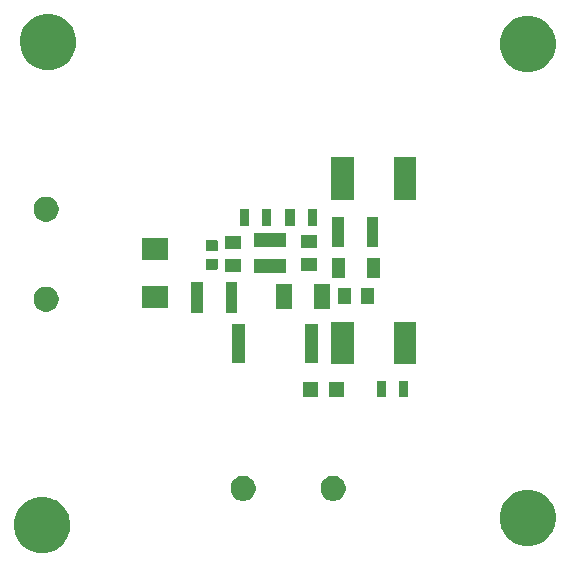
<source format=gbr>
G04 #@! TF.GenerationSoftware,KiCad,Pcbnew,5.0.2-bee76a0~70~ubuntu18.04.1*
G04 #@! TF.CreationDate,2019-02-11T23:41:55-05:00*
G04 #@! TF.ProjectId,New Buck Converter,4e657720-4275-4636-9b20-436f6e766572,rev?*
G04 #@! TF.SameCoordinates,Original*
G04 #@! TF.FileFunction,Soldermask,Top*
G04 #@! TF.FilePolarity,Negative*
%FSLAX46Y46*%
G04 Gerber Fmt 4.6, Leading zero omitted, Abs format (unit mm)*
G04 Created by KiCad (PCBNEW 5.0.2-bee76a0~70~ubuntu18.04.1) date Mon 11 Feb 2019 11:41:55 PM EST*
%MOMM*%
%LPD*%
G01*
G04 APERTURE LIST*
%ADD10C,0.100000*%
G04 APERTURE END LIST*
D10*
G36*
X108092788Y-122716173D02*
X108092790Y-122716174D01*
X108092791Y-122716174D01*
X108428920Y-122855403D01*
X108525032Y-122895214D01*
X108914041Y-123155141D01*
X109244859Y-123485959D01*
X109244861Y-123485962D01*
X109504786Y-123874968D01*
X109625366Y-124166073D01*
X109683827Y-124307212D01*
X109775100Y-124766072D01*
X109775100Y-125233928D01*
X109717196Y-125525032D01*
X109683826Y-125692791D01*
X109592181Y-125914041D01*
X109504786Y-126125032D01*
X109244859Y-126514041D01*
X108914041Y-126844859D01*
X108914038Y-126844861D01*
X108525032Y-127104786D01*
X108092791Y-127283826D01*
X108092790Y-127283826D01*
X108092788Y-127283827D01*
X107633928Y-127375100D01*
X107166072Y-127375100D01*
X106707212Y-127283827D01*
X106707210Y-127283826D01*
X106707209Y-127283826D01*
X106274968Y-127104786D01*
X105885962Y-126844861D01*
X105885959Y-126844859D01*
X105555141Y-126514041D01*
X105295214Y-126125032D01*
X105207819Y-125914041D01*
X105116174Y-125692791D01*
X105082805Y-125525032D01*
X105024900Y-125233928D01*
X105024900Y-124766072D01*
X105116173Y-124307212D01*
X105174635Y-124166073D01*
X105295214Y-123874968D01*
X105555139Y-123485962D01*
X105555141Y-123485959D01*
X105885959Y-123155141D01*
X106274968Y-122895214D01*
X106371080Y-122855403D01*
X106707209Y-122716174D01*
X106707210Y-122716174D01*
X106707212Y-122716173D01*
X107166072Y-122624900D01*
X107633928Y-122624900D01*
X108092788Y-122716173D01*
X108092788Y-122716173D01*
G37*
G36*
X149192788Y-122116173D02*
X149192790Y-122116174D01*
X149192791Y-122116174D01*
X149446035Y-122221071D01*
X149625032Y-122295214D01*
X150014041Y-122555141D01*
X150344859Y-122885959D01*
X150344861Y-122885962D01*
X150604786Y-123274968D01*
X150692183Y-123485962D01*
X150783827Y-123707212D01*
X150875100Y-124166072D01*
X150875100Y-124633928D01*
X150848815Y-124766073D01*
X150783826Y-125092791D01*
X150725365Y-125233928D01*
X150604786Y-125525032D01*
X150344859Y-125914041D01*
X150014041Y-126244859D01*
X150014038Y-126244861D01*
X149625032Y-126504786D01*
X149192791Y-126683826D01*
X149192790Y-126683826D01*
X149192788Y-126683827D01*
X148733928Y-126775100D01*
X148266072Y-126775100D01*
X147807212Y-126683827D01*
X147807210Y-126683826D01*
X147807209Y-126683826D01*
X147374968Y-126504786D01*
X146985962Y-126244861D01*
X146985959Y-126244859D01*
X146655141Y-125914041D01*
X146395214Y-125525032D01*
X146274635Y-125233928D01*
X146216174Y-125092791D01*
X146151186Y-124766073D01*
X146124900Y-124633928D01*
X146124900Y-124166072D01*
X146216173Y-123707212D01*
X146307818Y-123485962D01*
X146395214Y-123274968D01*
X146655139Y-122885962D01*
X146655141Y-122885959D01*
X146985959Y-122555141D01*
X147374968Y-122295214D01*
X147553965Y-122221071D01*
X147807209Y-122116174D01*
X147807210Y-122116174D01*
X147807212Y-122116173D01*
X148266072Y-122024900D01*
X148733928Y-122024900D01*
X149192788Y-122116173D01*
X149192788Y-122116173D01*
G37*
G36*
X124720431Y-120883843D02*
X124914615Y-120964277D01*
X125089376Y-121081049D01*
X125237991Y-121229664D01*
X125354763Y-121404425D01*
X125435197Y-121598609D01*
X125476200Y-121804748D01*
X125476200Y-122014932D01*
X125435197Y-122221071D01*
X125354763Y-122415255D01*
X125237991Y-122590016D01*
X125089376Y-122738631D01*
X124914615Y-122855403D01*
X124720431Y-122935837D01*
X124514292Y-122976840D01*
X124304108Y-122976840D01*
X124097969Y-122935837D01*
X123903785Y-122855403D01*
X123729024Y-122738631D01*
X123580409Y-122590016D01*
X123463637Y-122415255D01*
X123383203Y-122221071D01*
X123342200Y-122014932D01*
X123342200Y-121804748D01*
X123383203Y-121598609D01*
X123463637Y-121404425D01*
X123580409Y-121229664D01*
X123729024Y-121081049D01*
X123903785Y-120964277D01*
X124097969Y-120883843D01*
X124304108Y-120842840D01*
X124514292Y-120842840D01*
X124720431Y-120883843D01*
X124720431Y-120883843D01*
G37*
G36*
X132340431Y-120883843D02*
X132534615Y-120964277D01*
X132709376Y-121081049D01*
X132857991Y-121229664D01*
X132974763Y-121404425D01*
X133055197Y-121598609D01*
X133096200Y-121804748D01*
X133096200Y-122014932D01*
X133055197Y-122221071D01*
X132974763Y-122415255D01*
X132857991Y-122590016D01*
X132709376Y-122738631D01*
X132534615Y-122855403D01*
X132340431Y-122935837D01*
X132134292Y-122976840D01*
X131924108Y-122976840D01*
X131717969Y-122935837D01*
X131523785Y-122855403D01*
X131349024Y-122738631D01*
X131200409Y-122590016D01*
X131083637Y-122415255D01*
X131003203Y-122221071D01*
X130962200Y-122014932D01*
X130962200Y-121804748D01*
X131003203Y-121598609D01*
X131083637Y-121404425D01*
X131200409Y-121229664D01*
X131349024Y-121081049D01*
X131523785Y-120964277D01*
X131717969Y-120883843D01*
X131924108Y-120842840D01*
X132134292Y-120842840D01*
X132340431Y-120883843D01*
X132340431Y-120883843D01*
G37*
G36*
X130772660Y-114191540D02*
X129470660Y-114191540D01*
X129470660Y-112889540D01*
X130772660Y-112889540D01*
X130772660Y-114191540D01*
X130772660Y-114191540D01*
G37*
G36*
X132972660Y-114191540D02*
X131670660Y-114191540D01*
X131670660Y-112889540D01*
X132972660Y-112889540D01*
X132972660Y-114191540D01*
X132972660Y-114191540D01*
G37*
G36*
X138409360Y-114185660D02*
X137607360Y-114185660D01*
X137607360Y-112783660D01*
X138409360Y-112783660D01*
X138409360Y-114185660D01*
X138409360Y-114185660D01*
G37*
G36*
X136509360Y-114185660D02*
X135707360Y-114185660D01*
X135707360Y-112783660D01*
X136509360Y-112783660D01*
X136509360Y-114185660D01*
X136509360Y-114185660D01*
G37*
G36*
X139050300Y-111402000D02*
X137168300Y-111402000D01*
X137168300Y-107800000D01*
X139050300Y-107800000D01*
X139050300Y-111402000D01*
X139050300Y-111402000D01*
G37*
G36*
X133770300Y-111402000D02*
X131888300Y-111402000D01*
X131888300Y-107800000D01*
X133770300Y-107800000D01*
X133770300Y-111402000D01*
X133770300Y-111402000D01*
G37*
G36*
X130779200Y-111257080D02*
X129677200Y-111257080D01*
X129677200Y-107955080D01*
X130779200Y-107955080D01*
X130779200Y-111257080D01*
X130779200Y-111257080D01*
G37*
G36*
X124579200Y-111257080D02*
X123477200Y-111257080D01*
X123477200Y-107955080D01*
X124579200Y-107955080D01*
X124579200Y-111257080D01*
X124579200Y-111257080D01*
G37*
G36*
X123921800Y-107028500D02*
X122919800Y-107028500D01*
X122919800Y-104426500D01*
X123921800Y-104426500D01*
X123921800Y-107028500D01*
X123921800Y-107028500D01*
G37*
G36*
X121021800Y-107028500D02*
X120019800Y-107028500D01*
X120019800Y-104426500D01*
X121021800Y-104426500D01*
X121021800Y-107028500D01*
X121021800Y-107028500D01*
G37*
G36*
X108045331Y-104869143D02*
X108239515Y-104949577D01*
X108414276Y-105066349D01*
X108562891Y-105214964D01*
X108679663Y-105389725D01*
X108760097Y-105583909D01*
X108801100Y-105790048D01*
X108801100Y-106000232D01*
X108760097Y-106206371D01*
X108679663Y-106400555D01*
X108562891Y-106575316D01*
X108414276Y-106723931D01*
X108239515Y-106840703D01*
X108045331Y-106921137D01*
X107839192Y-106962140D01*
X107629008Y-106962140D01*
X107422869Y-106921137D01*
X107228685Y-106840703D01*
X107053924Y-106723931D01*
X106905309Y-106575316D01*
X106788537Y-106400555D01*
X106708103Y-106206371D01*
X106667100Y-106000232D01*
X106667100Y-105790048D01*
X106708103Y-105583909D01*
X106788537Y-105389725D01*
X106905309Y-105214964D01*
X107053924Y-105066349D01*
X107228685Y-104949577D01*
X107422869Y-104869143D01*
X107629008Y-104828140D01*
X107839192Y-104828140D01*
X108045331Y-104869143D01*
X108045331Y-104869143D01*
G37*
G36*
X131727700Y-106717540D02*
X130425700Y-106717540D01*
X130425700Y-104615540D01*
X131727700Y-104615540D01*
X131727700Y-106717540D01*
X131727700Y-106717540D01*
G37*
G36*
X128527700Y-106717540D02*
X127225700Y-106717540D01*
X127225700Y-104615540D01*
X128527700Y-104615540D01*
X128527700Y-106717540D01*
X128527700Y-106717540D01*
G37*
G36*
X118084800Y-106667500D02*
X115823800Y-106667500D01*
X115823800Y-104787500D01*
X118084800Y-104787500D01*
X118084800Y-106667500D01*
X118084800Y-106667500D01*
G37*
G36*
X135523300Y-106276500D02*
X134421300Y-106276500D01*
X134421300Y-104924500D01*
X135523300Y-104924500D01*
X135523300Y-106276500D01*
X135523300Y-106276500D01*
G37*
G36*
X133523300Y-106276500D02*
X132421300Y-106276500D01*
X132421300Y-104924500D01*
X133523300Y-104924500D01*
X133523300Y-106276500D01*
X133523300Y-106276500D01*
G37*
G36*
X132999300Y-104102000D02*
X131897300Y-104102000D01*
X131897300Y-102400000D01*
X132999300Y-102400000D01*
X132999300Y-104102000D01*
X132999300Y-104102000D01*
G37*
G36*
X135999300Y-104102000D02*
X134897300Y-104102000D01*
X134897300Y-102400000D01*
X135999300Y-102400000D01*
X135999300Y-104102000D01*
X135999300Y-104102000D01*
G37*
G36*
X128003600Y-103646800D02*
X125351600Y-103646800D01*
X125351600Y-102484800D01*
X128003600Y-102484800D01*
X128003600Y-103646800D01*
X128003600Y-103646800D01*
G37*
G36*
X124234300Y-103611500D02*
X122882300Y-103611500D01*
X122882300Y-102509500D01*
X124234300Y-102509500D01*
X124234300Y-103611500D01*
X124234300Y-103611500D01*
G37*
G36*
X130647800Y-103532000D02*
X129295800Y-103532000D01*
X129295800Y-102430000D01*
X130647800Y-102430000D01*
X130647800Y-103532000D01*
X130647800Y-103532000D01*
G37*
G36*
X122131951Y-102454265D02*
X122165929Y-102464573D01*
X122197247Y-102481313D01*
X122224699Y-102503841D01*
X122247227Y-102531293D01*
X122263967Y-102562611D01*
X122274275Y-102596589D01*
X122278360Y-102638070D01*
X122278360Y-103239290D01*
X122274275Y-103280771D01*
X122263967Y-103314749D01*
X122247227Y-103346067D01*
X122224699Y-103373519D01*
X122197247Y-103396047D01*
X122165929Y-103412787D01*
X122131951Y-103423095D01*
X122090470Y-103427180D01*
X121414250Y-103427180D01*
X121372769Y-103423095D01*
X121338791Y-103412787D01*
X121307473Y-103396047D01*
X121280021Y-103373519D01*
X121257493Y-103346067D01*
X121240753Y-103314749D01*
X121230445Y-103280771D01*
X121226360Y-103239290D01*
X121226360Y-102638070D01*
X121230445Y-102596589D01*
X121240753Y-102562611D01*
X121257493Y-102531293D01*
X121280021Y-102503841D01*
X121307473Y-102481313D01*
X121338791Y-102464573D01*
X121372769Y-102454265D01*
X121414250Y-102450180D01*
X122090470Y-102450180D01*
X122131951Y-102454265D01*
X122131951Y-102454265D01*
G37*
G36*
X118084800Y-102603500D02*
X115823800Y-102603500D01*
X115823800Y-100723500D01*
X118084800Y-100723500D01*
X118084800Y-102603500D01*
X118084800Y-102603500D01*
G37*
G36*
X122131951Y-100879265D02*
X122165929Y-100889573D01*
X122197247Y-100906313D01*
X122224699Y-100928841D01*
X122247227Y-100956293D01*
X122263967Y-100987611D01*
X122274275Y-101021589D01*
X122278360Y-101063070D01*
X122278360Y-101664290D01*
X122274275Y-101705771D01*
X122263967Y-101739749D01*
X122247227Y-101771067D01*
X122224699Y-101798519D01*
X122197247Y-101821047D01*
X122165929Y-101837787D01*
X122131951Y-101848095D01*
X122090470Y-101852180D01*
X121414250Y-101852180D01*
X121372769Y-101848095D01*
X121338791Y-101837787D01*
X121307473Y-101821047D01*
X121280021Y-101798519D01*
X121257493Y-101771067D01*
X121240753Y-101739749D01*
X121230445Y-101705771D01*
X121226360Y-101664290D01*
X121226360Y-101063070D01*
X121230445Y-101021589D01*
X121240753Y-100987611D01*
X121257493Y-100956293D01*
X121280021Y-100928841D01*
X121307473Y-100906313D01*
X121338791Y-100889573D01*
X121372769Y-100879265D01*
X121414250Y-100875180D01*
X122090470Y-100875180D01*
X122131951Y-100879265D01*
X122131951Y-100879265D01*
G37*
G36*
X124234300Y-101611500D02*
X122882300Y-101611500D01*
X122882300Y-100509500D01*
X124234300Y-100509500D01*
X124234300Y-101611500D01*
X124234300Y-101611500D01*
G37*
G36*
X130647800Y-101532000D02*
X129295800Y-101532000D01*
X129295800Y-100430000D01*
X130647800Y-100430000D01*
X130647800Y-101532000D01*
X130647800Y-101532000D01*
G37*
G36*
X132959800Y-101504000D02*
X131957800Y-101504000D01*
X131957800Y-98902000D01*
X132959800Y-98902000D01*
X132959800Y-101504000D01*
X132959800Y-101504000D01*
G37*
G36*
X135859800Y-101504000D02*
X134857800Y-101504000D01*
X134857800Y-98902000D01*
X135859800Y-98902000D01*
X135859800Y-101504000D01*
X135859800Y-101504000D01*
G37*
G36*
X128003600Y-101446800D02*
X125351600Y-101446800D01*
X125351600Y-100284800D01*
X128003600Y-100284800D01*
X128003600Y-101446800D01*
X128003600Y-101446800D01*
G37*
G36*
X128795420Y-99679720D02*
X127993420Y-99679720D01*
X127993420Y-98277720D01*
X128795420Y-98277720D01*
X128795420Y-99679720D01*
X128795420Y-99679720D01*
G37*
G36*
X130695420Y-99679720D02*
X129893420Y-99679720D01*
X129893420Y-98277720D01*
X130695420Y-98277720D01*
X130695420Y-99679720D01*
X130695420Y-99679720D01*
G37*
G36*
X126809220Y-99664480D02*
X126007220Y-99664480D01*
X126007220Y-98262480D01*
X126809220Y-98262480D01*
X126809220Y-99664480D01*
X126809220Y-99664480D01*
G37*
G36*
X124909220Y-99664480D02*
X124107220Y-99664480D01*
X124107220Y-98262480D01*
X124909220Y-98262480D01*
X124909220Y-99664480D01*
X124909220Y-99664480D01*
G37*
G36*
X108045331Y-97249143D02*
X108239515Y-97329577D01*
X108414276Y-97446349D01*
X108562891Y-97594964D01*
X108679663Y-97769725D01*
X108760097Y-97963909D01*
X108801100Y-98170048D01*
X108801100Y-98380232D01*
X108760097Y-98586371D01*
X108679663Y-98780555D01*
X108562891Y-98955316D01*
X108414276Y-99103931D01*
X108239515Y-99220703D01*
X108045331Y-99301137D01*
X107839192Y-99342140D01*
X107629008Y-99342140D01*
X107422869Y-99301137D01*
X107228685Y-99220703D01*
X107053924Y-99103931D01*
X106905309Y-98955316D01*
X106788537Y-98780555D01*
X106708103Y-98586371D01*
X106667100Y-98380232D01*
X106667100Y-98170048D01*
X106708103Y-97963909D01*
X106788537Y-97769725D01*
X106905309Y-97594964D01*
X107053924Y-97446349D01*
X107228685Y-97329577D01*
X107422869Y-97249143D01*
X107629008Y-97208140D01*
X107839192Y-97208140D01*
X108045331Y-97249143D01*
X108045331Y-97249143D01*
G37*
G36*
X139050300Y-97495500D02*
X137168300Y-97495500D01*
X137168300Y-93893500D01*
X139050300Y-93893500D01*
X139050300Y-97495500D01*
X139050300Y-97495500D01*
G37*
G36*
X133770300Y-97495500D02*
X131888300Y-97495500D01*
X131888300Y-93893500D01*
X133770300Y-93893500D01*
X133770300Y-97495500D01*
X133770300Y-97495500D01*
G37*
G36*
X149192788Y-82016173D02*
X149192790Y-82016174D01*
X149192791Y-82016174D01*
X149625032Y-82195214D01*
X150014041Y-82455141D01*
X150344859Y-82785959D01*
X150344861Y-82785962D01*
X150604786Y-83174968D01*
X150700985Y-83407212D01*
X150783827Y-83607212D01*
X150875100Y-84066072D01*
X150875100Y-84533928D01*
X150783827Y-84992788D01*
X150604786Y-85425032D01*
X150344859Y-85814041D01*
X150014041Y-86144859D01*
X150014038Y-86144861D01*
X149625032Y-86404786D01*
X149192791Y-86583826D01*
X149192790Y-86583826D01*
X149192788Y-86583827D01*
X148733928Y-86675100D01*
X148266072Y-86675100D01*
X147807212Y-86583827D01*
X147807210Y-86583826D01*
X147807209Y-86583826D01*
X147374968Y-86404786D01*
X146985962Y-86144861D01*
X146985959Y-86144859D01*
X146655141Y-85814041D01*
X146395214Y-85425032D01*
X146216173Y-84992788D01*
X146124900Y-84533928D01*
X146124900Y-84066072D01*
X146216173Y-83607212D01*
X146299016Y-83407212D01*
X146395214Y-83174968D01*
X146655139Y-82785962D01*
X146655141Y-82785959D01*
X146985959Y-82455141D01*
X147374968Y-82195214D01*
X147807209Y-82016174D01*
X147807210Y-82016174D01*
X147807212Y-82016173D01*
X148266072Y-81924900D01*
X148733928Y-81924900D01*
X149192788Y-82016173D01*
X149192788Y-82016173D01*
G37*
G36*
X108592788Y-81816173D02*
X108592790Y-81816174D01*
X108592791Y-81816174D01*
X108855279Y-81924900D01*
X109025032Y-81995214D01*
X109414041Y-82255141D01*
X109744859Y-82585959D01*
X110004786Y-82974968D01*
X110183827Y-83407212D01*
X110275100Y-83866072D01*
X110275100Y-84333928D01*
X110235318Y-84533927D01*
X110183826Y-84792791D01*
X110100983Y-84992791D01*
X110004786Y-85225032D01*
X109744859Y-85614041D01*
X109414041Y-85944859D01*
X109414038Y-85944861D01*
X109025032Y-86204786D01*
X108592791Y-86383826D01*
X108592790Y-86383826D01*
X108592788Y-86383827D01*
X108133928Y-86475100D01*
X107666072Y-86475100D01*
X107207212Y-86383827D01*
X107207210Y-86383826D01*
X107207209Y-86383826D01*
X106774968Y-86204786D01*
X106385962Y-85944861D01*
X106385959Y-85944859D01*
X106055141Y-85614041D01*
X105795214Y-85225032D01*
X105699017Y-84992791D01*
X105616174Y-84792791D01*
X105564683Y-84533927D01*
X105524900Y-84333928D01*
X105524900Y-83866072D01*
X105616173Y-83407212D01*
X105795214Y-82974968D01*
X106055141Y-82585959D01*
X106385959Y-82255141D01*
X106774968Y-81995214D01*
X106944721Y-81924900D01*
X107207209Y-81816174D01*
X107207210Y-81816174D01*
X107207212Y-81816173D01*
X107666072Y-81724900D01*
X108133928Y-81724900D01*
X108592788Y-81816173D01*
X108592788Y-81816173D01*
G37*
M02*

</source>
